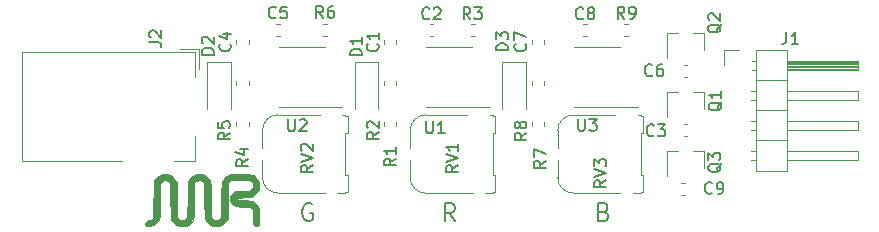
<source format=gbr>
%TF.GenerationSoftware,KiCad,Pcbnew,(5.1.6)-1*%
%TF.CreationDate,2020-12-19T18:50:18-05:00*%
%TF.ProjectId,driver_RGB,64726976-6572-45f5-9247-422e6b696361,rev?*%
%TF.SameCoordinates,Original*%
%TF.FileFunction,Legend,Top*%
%TF.FilePolarity,Positive*%
%FSLAX46Y46*%
G04 Gerber Fmt 4.6, Leading zero omitted, Abs format (unit mm)*
G04 Created by KiCad (PCBNEW (5.1.6)-1) date 2020-12-19 18:50:18*
%MOMM*%
%LPD*%
G01*
G04 APERTURE LIST*
%ADD10C,0.200000*%
%ADD11C,0.010000*%
%ADD12C,0.120000*%
%ADD13C,0.150000*%
G04 APERTURE END LIST*
D10*
X122892857Y-97250000D02*
X122750000Y-97178571D01*
X122535714Y-97178571D01*
X122321428Y-97250000D01*
X122178571Y-97392857D01*
X122107142Y-97535714D01*
X122035714Y-97821428D01*
X122035714Y-98035714D01*
X122107142Y-98321428D01*
X122178571Y-98464285D01*
X122321428Y-98607142D01*
X122535714Y-98678571D01*
X122678571Y-98678571D01*
X122892857Y-98607142D01*
X122964285Y-98535714D01*
X122964285Y-98035714D01*
X122678571Y-98035714D01*
X134964285Y-98678571D02*
X134464285Y-97964285D01*
X134107142Y-98678571D02*
X134107142Y-97178571D01*
X134678571Y-97178571D01*
X134821428Y-97250000D01*
X134892857Y-97321428D01*
X134964285Y-97464285D01*
X134964285Y-97678571D01*
X134892857Y-97821428D01*
X134821428Y-97892857D01*
X134678571Y-97964285D01*
X134107142Y-97964285D01*
X147607142Y-97892857D02*
X147821428Y-97964285D01*
X147892857Y-98035714D01*
X147964285Y-98178571D01*
X147964285Y-98392857D01*
X147892857Y-98535714D01*
X147821428Y-98607142D01*
X147678571Y-98678571D01*
X147107142Y-98678571D01*
X147107142Y-97178571D01*
X147607142Y-97178571D01*
X147750000Y-97250000D01*
X147821428Y-97321428D01*
X147892857Y-97464285D01*
X147892857Y-97607142D01*
X147821428Y-97750000D01*
X147750000Y-97821428D01*
X147607142Y-97892857D01*
X147107142Y-97892857D01*
D11*
%TO.C,G\u002A\u002A\u002A*%
G36*
X117097507Y-94688455D02*
G01*
X117322392Y-94692416D01*
X117501397Y-94701026D01*
X117643325Y-94715927D01*
X117756979Y-94738763D01*
X117851160Y-94771176D01*
X117934673Y-94814809D01*
X118016320Y-94871305D01*
X118081989Y-94923405D01*
X118239969Y-95090554D01*
X118347168Y-95284409D01*
X118405004Y-95495516D01*
X118414897Y-95714425D01*
X118378266Y-95931684D01*
X118296530Y-96137841D01*
X118171110Y-96323445D01*
X118003423Y-96479043D01*
X117833448Y-96578500D01*
X117765625Y-96606982D01*
X117696649Y-96628323D01*
X117614778Y-96644102D01*
X117508271Y-96655896D01*
X117365384Y-96665284D01*
X117174376Y-96673844D01*
X117103876Y-96676565D01*
X116881819Y-96686169D01*
X116716537Y-96697157D01*
X116601307Y-96711389D01*
X116529406Y-96730725D01*
X116494112Y-96757025D01*
X116488701Y-96792150D01*
X116506450Y-96837960D01*
X116508258Y-96841376D01*
X116524539Y-96863904D01*
X116551877Y-96880635D01*
X116599456Y-96892714D01*
X116676456Y-96901289D01*
X116792058Y-96907504D01*
X116955445Y-96912505D01*
X117105773Y-96915954D01*
X117356713Y-96923990D01*
X117555058Y-96938276D01*
X117711650Y-96962220D01*
X117837332Y-96999228D01*
X117942944Y-97052708D01*
X118039329Y-97126065D01*
X118137329Y-97222706D01*
X118159965Y-97247193D01*
X118239019Y-97339035D01*
X118299903Y-97426692D01*
X118345062Y-97520350D01*
X118376942Y-97630196D01*
X118397988Y-97766416D01*
X118410646Y-97939195D01*
X118417360Y-98158721D01*
X118419673Y-98328984D01*
X118421124Y-98546455D01*
X118420157Y-98709779D01*
X118416139Y-98828287D01*
X118408436Y-98911308D01*
X118396414Y-98968170D01*
X118379442Y-99008203D01*
X118372822Y-99019042D01*
X118287793Y-99097889D01*
X118180157Y-99129160D01*
X118069314Y-99112897D01*
X117974665Y-99049144D01*
X117950566Y-99018110D01*
X117929933Y-98977739D01*
X117915700Y-98923155D01*
X117907033Y-98843760D01*
X117903100Y-98728956D01*
X117903069Y-98568145D01*
X117904732Y-98434837D01*
X117905444Y-98186886D01*
X117898296Y-97993672D01*
X117882093Y-97846783D01*
X117855638Y-97737808D01*
X117817735Y-97658335D01*
X117789059Y-97621376D01*
X117739288Y-97569082D01*
X117692747Y-97529865D01*
X117639479Y-97501555D01*
X117569531Y-97481985D01*
X117472945Y-97468987D01*
X117339767Y-97460394D01*
X117160041Y-97454037D01*
X117000920Y-97449750D01*
X116389248Y-97433875D01*
X116251686Y-97337215D01*
X116103913Y-97199535D01*
X116007569Y-97037899D01*
X115961244Y-96862707D01*
X115963522Y-96684359D01*
X116012993Y-96513254D01*
X116108242Y-96359791D01*
X116247856Y-96234370D01*
X116412550Y-96153277D01*
X116489196Y-96138656D01*
X116618946Y-96127210D01*
X116791459Y-96119558D01*
X116996390Y-96116317D01*
X117032170Y-96116250D01*
X117231210Y-96115302D01*
X117377995Y-96111747D01*
X117483754Y-96104518D01*
X117559714Y-96092548D01*
X117617103Y-96074769D01*
X117654495Y-96057096D01*
X117779897Y-95956053D01*
X117858429Y-95817039D01*
X117884075Y-95651137D01*
X117856683Y-95492918D01*
X117776863Y-95368100D01*
X117676087Y-95289352D01*
X117639568Y-95269776D01*
X117596754Y-95254800D01*
X117539129Y-95243814D01*
X117458172Y-95236208D01*
X117345367Y-95231371D01*
X117192194Y-95228693D01*
X116990135Y-95227564D01*
X116810855Y-95227368D01*
X116047086Y-95227250D01*
X115938636Y-95307262D01*
X115861968Y-95370947D01*
X115805979Y-95429955D01*
X115797530Y-95442199D01*
X115789030Y-95487991D01*
X115780905Y-95594194D01*
X115773255Y-95757716D01*
X115766179Y-95975471D01*
X115759774Y-96244367D01*
X115754142Y-96561316D01*
X115749379Y-96923228D01*
X115749000Y-96957625D01*
X115733125Y-98418125D01*
X115648975Y-98576875D01*
X115501582Y-98791372D01*
X115312457Y-98962636D01*
X115186109Y-99039224D01*
X115025768Y-99094306D01*
X114833488Y-99120115D01*
X114633423Y-99116451D01*
X114449726Y-99083111D01*
X114352000Y-99046154D01*
X114158256Y-98918493D01*
X113989378Y-98744471D01*
X113881127Y-98578704D01*
X113796375Y-98418125D01*
X113780500Y-96957625D01*
X113776724Y-96606722D01*
X113773216Y-96313620D01*
X113769258Y-96072624D01*
X113764130Y-95878042D01*
X113757114Y-95724182D01*
X113747492Y-95605350D01*
X113734544Y-95515853D01*
X113717552Y-95449999D01*
X113695798Y-95402096D01*
X113668563Y-95366449D01*
X113635128Y-95337367D01*
X113594774Y-95309157D01*
X113570319Y-95292601D01*
X113492888Y-95248719D01*
X113413266Y-95230691D01*
X113303244Y-95232699D01*
X113286402Y-95234031D01*
X113169137Y-95250593D01*
X113086911Y-95284193D01*
X113011481Y-95346577D01*
X113008379Y-95349664D01*
X112907375Y-95450617D01*
X112890208Y-96902621D01*
X112886005Y-97246177D01*
X112882045Y-97532239D01*
X112878027Y-97766813D01*
X112873650Y-97955901D01*
X112868614Y-98105510D01*
X112862616Y-98221642D01*
X112855356Y-98310302D01*
X112846533Y-98377494D01*
X112835846Y-98429224D01*
X112822993Y-98471494D01*
X112809854Y-98505156D01*
X112688172Y-98718443D01*
X112520091Y-98900992D01*
X112348651Y-99021632D01*
X112258093Y-99068259D01*
X112178910Y-99096597D01*
X112089682Y-99111095D01*
X111968991Y-99116202D01*
X111891375Y-99116625D01*
X111747155Y-99114492D01*
X111645009Y-99105150D01*
X111563569Y-99084184D01*
X111481470Y-99047180D01*
X111435590Y-99022445D01*
X111251518Y-98892625D01*
X111096306Y-98728743D01*
X110985354Y-98547846D01*
X110966979Y-98503676D01*
X110953510Y-98462210D01*
X110942140Y-98411575D01*
X110932596Y-98345840D01*
X110924604Y-98259073D01*
X110917889Y-98145341D01*
X110912178Y-97998713D01*
X110907196Y-97813257D01*
X110902670Y-97583041D01*
X110898325Y-97302132D01*
X110893889Y-96964600D01*
X110893157Y-96905339D01*
X110888868Y-96563884D01*
X110884934Y-96280235D01*
X110881050Y-96048702D01*
X110876913Y-95863595D01*
X110872217Y-95719224D01*
X110866660Y-95609898D01*
X110859937Y-95529927D01*
X110851743Y-95473622D01*
X110841775Y-95435291D01*
X110829729Y-95409245D01*
X110815300Y-95389793D01*
X110811949Y-95386026D01*
X110682388Y-95285161D01*
X110532327Y-95234844D01*
X110376172Y-95234203D01*
X110228331Y-95282363D01*
X110103207Y-95378452D01*
X110061827Y-95431487D01*
X110051020Y-95459177D01*
X110041713Y-95510645D01*
X110033713Y-95590849D01*
X110026825Y-95704747D01*
X110020855Y-95857297D01*
X110015612Y-96053458D01*
X110010900Y-96298188D01*
X110006526Y-96596445D01*
X110002298Y-96953187D01*
X110002250Y-96957625D01*
X109998454Y-97300243D01*
X109994968Y-97585312D01*
X109991469Y-97818779D01*
X109987633Y-98006593D01*
X109983138Y-98154702D01*
X109977659Y-98269051D01*
X109970874Y-98355591D01*
X109962459Y-98420268D01*
X109952091Y-98469030D01*
X109939447Y-98507824D01*
X109924203Y-98542599D01*
X109915094Y-98561164D01*
X109781614Y-98765201D01*
X109608257Y-98930964D01*
X109405752Y-99050933D01*
X109184831Y-99117590D01*
X109107984Y-99126733D01*
X108999562Y-99130992D01*
X108930431Y-99120008D01*
X108877033Y-99087629D01*
X108845587Y-99058224D01*
X108776454Y-98953014D01*
X108763549Y-98843297D01*
X108801800Y-98741129D01*
X108886131Y-98658561D01*
X109011469Y-98607648D01*
X109037259Y-98602888D01*
X109218092Y-98552121D01*
X109348369Y-98463665D01*
X109390763Y-98411000D01*
X109404076Y-98386185D01*
X109415268Y-98352047D01*
X109424606Y-98302883D01*
X109432357Y-98232990D01*
X109438788Y-98136664D01*
X109444165Y-98008203D01*
X109448758Y-97841904D01*
X109452832Y-97632064D01*
X109456654Y-97372981D01*
X109460493Y-97058950D01*
X109462500Y-96879723D01*
X109466341Y-96538430D01*
X109469911Y-96254623D01*
X109473527Y-96022291D01*
X109477508Y-95835421D01*
X109482171Y-95688002D01*
X109487837Y-95574023D01*
X109494823Y-95487471D01*
X109503448Y-95422337D01*
X109514030Y-95372607D01*
X109526888Y-95332271D01*
X109542340Y-95295317D01*
X109546983Y-95285172D01*
X109679693Y-95067785D01*
X109853070Y-94895523D01*
X110060519Y-94773039D01*
X110295441Y-94704988D01*
X110383704Y-94694837D01*
X110631674Y-94707316D01*
X110862359Y-94778022D01*
X111067242Y-94902384D01*
X111237804Y-95075830D01*
X111316738Y-95195500D01*
X111415125Y-95370125D01*
X111431000Y-96830625D01*
X111435577Y-97205385D01*
X111440574Y-97520335D01*
X111446124Y-97779165D01*
X111452357Y-97985564D01*
X111459408Y-98143222D01*
X111467407Y-98255827D01*
X111476489Y-98327069D01*
X111485846Y-98359137D01*
X111535481Y-98423675D01*
X111609175Y-98497616D01*
X111627203Y-98513302D01*
X111694162Y-98562808D01*
X111758287Y-98586226D01*
X111845237Y-98590092D01*
X111913234Y-98586169D01*
X112078181Y-98553538D01*
X112203125Y-98477911D01*
X112299102Y-98354625D01*
X112309124Y-98312811D01*
X112318108Y-98222299D01*
X112326137Y-98080742D01*
X112333291Y-97885796D01*
X112339651Y-97635114D01*
X112345299Y-97326350D01*
X112350316Y-96957159D01*
X112351750Y-96830625D01*
X112355552Y-96487926D01*
X112359052Y-96202824D01*
X112362567Y-95969418D01*
X112366414Y-95781806D01*
X112370910Y-95634088D01*
X112376373Y-95520363D01*
X112383121Y-95434731D01*
X112391469Y-95371291D01*
X112401737Y-95324141D01*
X112414241Y-95287382D01*
X112429298Y-95255113D01*
X112437291Y-95239923D01*
X112579572Y-95033210D01*
X112753357Y-94875304D01*
X112950171Y-94765983D01*
X113161535Y-94705026D01*
X113378972Y-94692212D01*
X113594005Y-94727320D01*
X113798156Y-94810128D01*
X113982948Y-94940416D01*
X114139903Y-95117962D01*
X114236514Y-95286863D01*
X114252557Y-95323695D01*
X114265949Y-95362618D01*
X114277006Y-95409642D01*
X114286045Y-95470777D01*
X114293382Y-95552031D01*
X114299334Y-95659415D01*
X114304216Y-95798938D01*
X114308344Y-95976609D01*
X114312035Y-96198438D01*
X114315606Y-96470434D01*
X114319371Y-96798608D01*
X114320250Y-96878250D01*
X114324644Y-97240438D01*
X114329304Y-97543720D01*
X114334404Y-97792689D01*
X114340116Y-97991939D01*
X114346617Y-98146062D01*
X114354080Y-98259653D01*
X114362679Y-98337305D01*
X114372589Y-98383611D01*
X114377838Y-98396011D01*
X114470908Y-98499799D01*
X114599831Y-98566101D01*
X114747014Y-98591716D01*
X114894861Y-98573444D01*
X115019613Y-98512737D01*
X115096281Y-98449052D01*
X115152270Y-98390044D01*
X115160719Y-98377800D01*
X115169252Y-98331966D01*
X115177410Y-98225782D01*
X115185091Y-98062400D01*
X115192193Y-97844970D01*
X115198615Y-97576643D01*
X115204255Y-97260567D01*
X115209009Y-96899895D01*
X115209250Y-96878250D01*
X115213044Y-96537940D01*
X115216501Y-96255057D01*
X115219965Y-96023532D01*
X115223781Y-95837296D01*
X115228294Y-95690280D01*
X115233848Y-95576415D01*
X115240787Y-95489631D01*
X115249456Y-95423860D01*
X115260199Y-95373032D01*
X115273361Y-95331078D01*
X115289287Y-95291929D01*
X115300747Y-95266298D01*
X115393642Y-95113670D01*
X115525290Y-94965464D01*
X115677282Y-94838912D01*
X115831208Y-94751244D01*
X115864653Y-94738493D01*
X115924109Y-94722007D01*
X115999210Y-94709335D01*
X116098320Y-94700032D01*
X116229801Y-94693649D01*
X116402017Y-94689738D01*
X116623331Y-94687853D01*
X116817940Y-94687499D01*
X117097507Y-94688455D01*
G37*
X117097507Y-94688455D02*
X117322392Y-94692416D01*
X117501397Y-94701026D01*
X117643325Y-94715927D01*
X117756979Y-94738763D01*
X117851160Y-94771176D01*
X117934673Y-94814809D01*
X118016320Y-94871305D01*
X118081989Y-94923405D01*
X118239969Y-95090554D01*
X118347168Y-95284409D01*
X118405004Y-95495516D01*
X118414897Y-95714425D01*
X118378266Y-95931684D01*
X118296530Y-96137841D01*
X118171110Y-96323445D01*
X118003423Y-96479043D01*
X117833448Y-96578500D01*
X117765625Y-96606982D01*
X117696649Y-96628323D01*
X117614778Y-96644102D01*
X117508271Y-96655896D01*
X117365384Y-96665284D01*
X117174376Y-96673844D01*
X117103876Y-96676565D01*
X116881819Y-96686169D01*
X116716537Y-96697157D01*
X116601307Y-96711389D01*
X116529406Y-96730725D01*
X116494112Y-96757025D01*
X116488701Y-96792150D01*
X116506450Y-96837960D01*
X116508258Y-96841376D01*
X116524539Y-96863904D01*
X116551877Y-96880635D01*
X116599456Y-96892714D01*
X116676456Y-96901289D01*
X116792058Y-96907504D01*
X116955445Y-96912505D01*
X117105773Y-96915954D01*
X117356713Y-96923990D01*
X117555058Y-96938276D01*
X117711650Y-96962220D01*
X117837332Y-96999228D01*
X117942944Y-97052708D01*
X118039329Y-97126065D01*
X118137329Y-97222706D01*
X118159965Y-97247193D01*
X118239019Y-97339035D01*
X118299903Y-97426692D01*
X118345062Y-97520350D01*
X118376942Y-97630196D01*
X118397988Y-97766416D01*
X118410646Y-97939195D01*
X118417360Y-98158721D01*
X118419673Y-98328984D01*
X118421124Y-98546455D01*
X118420157Y-98709779D01*
X118416139Y-98828287D01*
X118408436Y-98911308D01*
X118396414Y-98968170D01*
X118379442Y-99008203D01*
X118372822Y-99019042D01*
X118287793Y-99097889D01*
X118180157Y-99129160D01*
X118069314Y-99112897D01*
X117974665Y-99049144D01*
X117950566Y-99018110D01*
X117929933Y-98977739D01*
X117915700Y-98923155D01*
X117907033Y-98843760D01*
X117903100Y-98728956D01*
X117903069Y-98568145D01*
X117904732Y-98434837D01*
X117905444Y-98186886D01*
X117898296Y-97993672D01*
X117882093Y-97846783D01*
X117855638Y-97737808D01*
X117817735Y-97658335D01*
X117789059Y-97621376D01*
X117739288Y-97569082D01*
X117692747Y-97529865D01*
X117639479Y-97501555D01*
X117569531Y-97481985D01*
X117472945Y-97468987D01*
X117339767Y-97460394D01*
X117160041Y-97454037D01*
X117000920Y-97449750D01*
X116389248Y-97433875D01*
X116251686Y-97337215D01*
X116103913Y-97199535D01*
X116007569Y-97037899D01*
X115961244Y-96862707D01*
X115963522Y-96684359D01*
X116012993Y-96513254D01*
X116108242Y-96359791D01*
X116247856Y-96234370D01*
X116412550Y-96153277D01*
X116489196Y-96138656D01*
X116618946Y-96127210D01*
X116791459Y-96119558D01*
X116996390Y-96116317D01*
X117032170Y-96116250D01*
X117231210Y-96115302D01*
X117377995Y-96111747D01*
X117483754Y-96104518D01*
X117559714Y-96092548D01*
X117617103Y-96074769D01*
X117654495Y-96057096D01*
X117779897Y-95956053D01*
X117858429Y-95817039D01*
X117884075Y-95651137D01*
X117856683Y-95492918D01*
X117776863Y-95368100D01*
X117676087Y-95289352D01*
X117639568Y-95269776D01*
X117596754Y-95254800D01*
X117539129Y-95243814D01*
X117458172Y-95236208D01*
X117345367Y-95231371D01*
X117192194Y-95228693D01*
X116990135Y-95227564D01*
X116810855Y-95227368D01*
X116047086Y-95227250D01*
X115938636Y-95307262D01*
X115861968Y-95370947D01*
X115805979Y-95429955D01*
X115797530Y-95442199D01*
X115789030Y-95487991D01*
X115780905Y-95594194D01*
X115773255Y-95757716D01*
X115766179Y-95975471D01*
X115759774Y-96244367D01*
X115754142Y-96561316D01*
X115749379Y-96923228D01*
X115749000Y-96957625D01*
X115733125Y-98418125D01*
X115648975Y-98576875D01*
X115501582Y-98791372D01*
X115312457Y-98962636D01*
X115186109Y-99039224D01*
X115025768Y-99094306D01*
X114833488Y-99120115D01*
X114633423Y-99116451D01*
X114449726Y-99083111D01*
X114352000Y-99046154D01*
X114158256Y-98918493D01*
X113989378Y-98744471D01*
X113881127Y-98578704D01*
X113796375Y-98418125D01*
X113780500Y-96957625D01*
X113776724Y-96606722D01*
X113773216Y-96313620D01*
X113769258Y-96072624D01*
X113764130Y-95878042D01*
X113757114Y-95724182D01*
X113747492Y-95605350D01*
X113734544Y-95515853D01*
X113717552Y-95449999D01*
X113695798Y-95402096D01*
X113668563Y-95366449D01*
X113635128Y-95337367D01*
X113594774Y-95309157D01*
X113570319Y-95292601D01*
X113492888Y-95248719D01*
X113413266Y-95230691D01*
X113303244Y-95232699D01*
X113286402Y-95234031D01*
X113169137Y-95250593D01*
X113086911Y-95284193D01*
X113011481Y-95346577D01*
X113008379Y-95349664D01*
X112907375Y-95450617D01*
X112890208Y-96902621D01*
X112886005Y-97246177D01*
X112882045Y-97532239D01*
X112878027Y-97766813D01*
X112873650Y-97955901D01*
X112868614Y-98105510D01*
X112862616Y-98221642D01*
X112855356Y-98310302D01*
X112846533Y-98377494D01*
X112835846Y-98429224D01*
X112822993Y-98471494D01*
X112809854Y-98505156D01*
X112688172Y-98718443D01*
X112520091Y-98900992D01*
X112348651Y-99021632D01*
X112258093Y-99068259D01*
X112178910Y-99096597D01*
X112089682Y-99111095D01*
X111968991Y-99116202D01*
X111891375Y-99116625D01*
X111747155Y-99114492D01*
X111645009Y-99105150D01*
X111563569Y-99084184D01*
X111481470Y-99047180D01*
X111435590Y-99022445D01*
X111251518Y-98892625D01*
X111096306Y-98728743D01*
X110985354Y-98547846D01*
X110966979Y-98503676D01*
X110953510Y-98462210D01*
X110942140Y-98411575D01*
X110932596Y-98345840D01*
X110924604Y-98259073D01*
X110917889Y-98145341D01*
X110912178Y-97998713D01*
X110907196Y-97813257D01*
X110902670Y-97583041D01*
X110898325Y-97302132D01*
X110893889Y-96964600D01*
X110893157Y-96905339D01*
X110888868Y-96563884D01*
X110884934Y-96280235D01*
X110881050Y-96048702D01*
X110876913Y-95863595D01*
X110872217Y-95719224D01*
X110866660Y-95609898D01*
X110859937Y-95529927D01*
X110851743Y-95473622D01*
X110841775Y-95435291D01*
X110829729Y-95409245D01*
X110815300Y-95389793D01*
X110811949Y-95386026D01*
X110682388Y-95285161D01*
X110532327Y-95234844D01*
X110376172Y-95234203D01*
X110228331Y-95282363D01*
X110103207Y-95378452D01*
X110061827Y-95431487D01*
X110051020Y-95459177D01*
X110041713Y-95510645D01*
X110033713Y-95590849D01*
X110026825Y-95704747D01*
X110020855Y-95857297D01*
X110015612Y-96053458D01*
X110010900Y-96298188D01*
X110006526Y-96596445D01*
X110002298Y-96953187D01*
X110002250Y-96957625D01*
X109998454Y-97300243D01*
X109994968Y-97585312D01*
X109991469Y-97818779D01*
X109987633Y-98006593D01*
X109983138Y-98154702D01*
X109977659Y-98269051D01*
X109970874Y-98355591D01*
X109962459Y-98420268D01*
X109952091Y-98469030D01*
X109939447Y-98507824D01*
X109924203Y-98542599D01*
X109915094Y-98561164D01*
X109781614Y-98765201D01*
X109608257Y-98930964D01*
X109405752Y-99050933D01*
X109184831Y-99117590D01*
X109107984Y-99126733D01*
X108999562Y-99130992D01*
X108930431Y-99120008D01*
X108877033Y-99087629D01*
X108845587Y-99058224D01*
X108776454Y-98953014D01*
X108763549Y-98843297D01*
X108801800Y-98741129D01*
X108886131Y-98658561D01*
X109011469Y-98607648D01*
X109037259Y-98602888D01*
X109218092Y-98552121D01*
X109348369Y-98463665D01*
X109390763Y-98411000D01*
X109404076Y-98386185D01*
X109415268Y-98352047D01*
X109424606Y-98302883D01*
X109432357Y-98232990D01*
X109438788Y-98136664D01*
X109444165Y-98008203D01*
X109448758Y-97841904D01*
X109452832Y-97632064D01*
X109456654Y-97372981D01*
X109460493Y-97058950D01*
X109462500Y-96879723D01*
X109466341Y-96538430D01*
X109469911Y-96254623D01*
X109473527Y-96022291D01*
X109477508Y-95835421D01*
X109482171Y-95688002D01*
X109487837Y-95574023D01*
X109494823Y-95487471D01*
X109503448Y-95422337D01*
X109514030Y-95372607D01*
X109526888Y-95332271D01*
X109542340Y-95295317D01*
X109546983Y-95285172D01*
X109679693Y-95067785D01*
X109853070Y-94895523D01*
X110060519Y-94773039D01*
X110295441Y-94704988D01*
X110383704Y-94694837D01*
X110631674Y-94707316D01*
X110862359Y-94778022D01*
X111067242Y-94902384D01*
X111237804Y-95075830D01*
X111316738Y-95195500D01*
X111415125Y-95370125D01*
X111431000Y-96830625D01*
X111435577Y-97205385D01*
X111440574Y-97520335D01*
X111446124Y-97779165D01*
X111452357Y-97985564D01*
X111459408Y-98143222D01*
X111467407Y-98255827D01*
X111476489Y-98327069D01*
X111485846Y-98359137D01*
X111535481Y-98423675D01*
X111609175Y-98497616D01*
X111627203Y-98513302D01*
X111694162Y-98562808D01*
X111758287Y-98586226D01*
X111845237Y-98590092D01*
X111913234Y-98586169D01*
X112078181Y-98553538D01*
X112203125Y-98477911D01*
X112299102Y-98354625D01*
X112309124Y-98312811D01*
X112318108Y-98222299D01*
X112326137Y-98080742D01*
X112333291Y-97885796D01*
X112339651Y-97635114D01*
X112345299Y-97326350D01*
X112350316Y-96957159D01*
X112351750Y-96830625D01*
X112355552Y-96487926D01*
X112359052Y-96202824D01*
X112362567Y-95969418D01*
X112366414Y-95781806D01*
X112370910Y-95634088D01*
X112376373Y-95520363D01*
X112383121Y-95434731D01*
X112391469Y-95371291D01*
X112401737Y-95324141D01*
X112414241Y-95287382D01*
X112429298Y-95255113D01*
X112437291Y-95239923D01*
X112579572Y-95033210D01*
X112753357Y-94875304D01*
X112950171Y-94765983D01*
X113161535Y-94705026D01*
X113378972Y-94692212D01*
X113594005Y-94727320D01*
X113798156Y-94810128D01*
X113982948Y-94940416D01*
X114139903Y-95117962D01*
X114236514Y-95286863D01*
X114252557Y-95323695D01*
X114265949Y-95362618D01*
X114277006Y-95409642D01*
X114286045Y-95470777D01*
X114293382Y-95552031D01*
X114299334Y-95659415D01*
X114304216Y-95798938D01*
X114308344Y-95976609D01*
X114312035Y-96198438D01*
X114315606Y-96470434D01*
X114319371Y-96798608D01*
X114320250Y-96878250D01*
X114324644Y-97240438D01*
X114329304Y-97543720D01*
X114334404Y-97792689D01*
X114340116Y-97991939D01*
X114346617Y-98146062D01*
X114354080Y-98259653D01*
X114362679Y-98337305D01*
X114372589Y-98383611D01*
X114377838Y-98396011D01*
X114470908Y-98499799D01*
X114599831Y-98566101D01*
X114747014Y-98591716D01*
X114894861Y-98573444D01*
X115019613Y-98512737D01*
X115096281Y-98449052D01*
X115152270Y-98390044D01*
X115160719Y-98377800D01*
X115169252Y-98331966D01*
X115177410Y-98225782D01*
X115185091Y-98062400D01*
X115192193Y-97844970D01*
X115198615Y-97576643D01*
X115204255Y-97260567D01*
X115209009Y-96899895D01*
X115209250Y-96878250D01*
X115213044Y-96537940D01*
X115216501Y-96255057D01*
X115219965Y-96023532D01*
X115223781Y-95837296D01*
X115228294Y-95690280D01*
X115233848Y-95576415D01*
X115240787Y-95489631D01*
X115249456Y-95423860D01*
X115260199Y-95373032D01*
X115273361Y-95331078D01*
X115289287Y-95291929D01*
X115300747Y-95266298D01*
X115393642Y-95113670D01*
X115525290Y-94965464D01*
X115677282Y-94838912D01*
X115831208Y-94751244D01*
X115864653Y-94738493D01*
X115924109Y-94722007D01*
X115999210Y-94709335D01*
X116098320Y-94700032D01*
X116229801Y-94693649D01*
X116402017Y-94689738D01*
X116623331Y-94687853D01*
X116817940Y-94687499D01*
X117097507Y-94688455D01*
D12*
%TO.C,Q3*%
X156080000Y-92740000D02*
X156080000Y-94200000D01*
X152920000Y-92740000D02*
X152920000Y-94900000D01*
X152920000Y-92740000D02*
X153850000Y-92740000D01*
X156080000Y-92740000D02*
X155150000Y-92740000D01*
%TO.C,Q2*%
X156080000Y-82740000D02*
X156080000Y-84200000D01*
X152920000Y-82740000D02*
X152920000Y-84900000D01*
X152920000Y-82740000D02*
X153850000Y-82740000D01*
X156080000Y-82740000D02*
X155150000Y-82740000D01*
%TO.C,D3*%
X141000000Y-85250000D02*
X141000000Y-89150000D01*
X139000000Y-85250000D02*
X139000000Y-89150000D01*
X141000000Y-85250000D02*
X139000000Y-85250000D01*
%TO.C,D2*%
X116000000Y-85250000D02*
X116000000Y-89150000D01*
X114000000Y-85250000D02*
X114000000Y-89150000D01*
X116000000Y-85250000D02*
X114000000Y-85250000D01*
%TO.C,D1*%
X128500000Y-85250000D02*
X128500000Y-89150000D01*
X126500000Y-85250000D02*
X126500000Y-89150000D01*
X128500000Y-85250000D02*
X126500000Y-85250000D01*
%TO.C,U3*%
X147000000Y-89060000D02*
X150450000Y-89060000D01*
X147000000Y-89060000D02*
X145050000Y-89060000D01*
X147000000Y-83940000D02*
X148950000Y-83940000D01*
X147000000Y-83940000D02*
X145050000Y-83940000D01*
%TO.C,U1*%
X134500000Y-89060000D02*
X137950000Y-89060000D01*
X134500000Y-89060000D02*
X132550000Y-89060000D01*
X134500000Y-83940000D02*
X136450000Y-83940000D01*
X134500000Y-83940000D02*
X132550000Y-83940000D01*
%TO.C,U2*%
X122000000Y-89060000D02*
X125450000Y-89060000D01*
X122000000Y-89060000D02*
X120050000Y-89060000D01*
X122000000Y-83940000D02*
X123950000Y-83940000D01*
X122000000Y-83940000D02*
X120050000Y-83940000D01*
%TO.C,RV3*%
X150910000Y-89790000D02*
X150910000Y-91210000D01*
X150710000Y-91210000D02*
X150710000Y-94790000D01*
X150710000Y-94790000D02*
X150910000Y-94790000D01*
X150910000Y-94790000D02*
X150910000Y-96210000D01*
X150910000Y-96210000D02*
X150710000Y-96210000D01*
X143690000Y-92490000D02*
X143690000Y-91000000D01*
X145000000Y-89690000D02*
X148540000Y-89690000D01*
X148980000Y-96310000D02*
X145000000Y-96310000D01*
X143690000Y-95000000D02*
X143690000Y-93510000D01*
X150710000Y-91210000D02*
X150910000Y-91210000D01*
X150910000Y-89790000D02*
X150710000Y-89790000D01*
X150710000Y-89790000D02*
X150710000Y-89690000D01*
X150710000Y-89690000D02*
X150460000Y-89690000D01*
X150710000Y-96210000D02*
X150710000Y-96310000D01*
X150710000Y-96310000D02*
X150020000Y-96310000D01*
X143690000Y-91000000D02*
G75*
G02*
X145000000Y-89690000I1310000J0D01*
G01*
X145000000Y-96310000D02*
G75*
G02*
X143690000Y-95000000I0J1310000D01*
G01*
%TO.C,RV2*%
X125910000Y-89790000D02*
X125910000Y-91210000D01*
X125710000Y-91210000D02*
X125710000Y-94790000D01*
X125710000Y-94790000D02*
X125910000Y-94790000D01*
X125910000Y-94790000D02*
X125910000Y-96210000D01*
X125910000Y-96210000D02*
X125710000Y-96210000D01*
X118690000Y-92490000D02*
X118690000Y-91000000D01*
X120000000Y-89690000D02*
X123540000Y-89690000D01*
X123980000Y-96310000D02*
X120000000Y-96310000D01*
X118690000Y-95000000D02*
X118690000Y-93510000D01*
X125710000Y-91210000D02*
X125910000Y-91210000D01*
X125910000Y-89790000D02*
X125710000Y-89790000D01*
X125710000Y-89790000D02*
X125710000Y-89690000D01*
X125710000Y-89690000D02*
X125460000Y-89690000D01*
X125710000Y-96210000D02*
X125710000Y-96310000D01*
X125710000Y-96310000D02*
X125020000Y-96310000D01*
X118690000Y-91000000D02*
G75*
G02*
X120000000Y-89690000I1310000J0D01*
G01*
X120000000Y-96310000D02*
G75*
G02*
X118690000Y-95000000I0J1310000D01*
G01*
%TO.C,RV1*%
X138410000Y-89790000D02*
X138410000Y-91210000D01*
X138210000Y-91210000D02*
X138210000Y-94790000D01*
X138210000Y-94790000D02*
X138410000Y-94790000D01*
X138410000Y-94790000D02*
X138410000Y-96210000D01*
X138410000Y-96210000D02*
X138210000Y-96210000D01*
X131190000Y-92490000D02*
X131190000Y-91000000D01*
X132500000Y-89690000D02*
X136040000Y-89690000D01*
X136480000Y-96310000D02*
X132500000Y-96310000D01*
X131190000Y-95000000D02*
X131190000Y-93510000D01*
X138210000Y-91210000D02*
X138410000Y-91210000D01*
X138410000Y-89790000D02*
X138210000Y-89790000D01*
X138210000Y-89790000D02*
X138210000Y-89690000D01*
X138210000Y-89690000D02*
X137960000Y-89690000D01*
X138210000Y-96210000D02*
X138210000Y-96310000D01*
X138210000Y-96310000D02*
X137520000Y-96310000D01*
X131190000Y-91000000D02*
G75*
G02*
X132500000Y-89690000I1310000J0D01*
G01*
X132500000Y-96310000D02*
G75*
G02*
X131190000Y-95000000I0J1310000D01*
G01*
%TO.C,J2*%
X113000000Y-84400000D02*
X113000000Y-86500000D01*
X113300000Y-84100000D02*
X111700000Y-84100000D01*
X113300000Y-85800000D02*
X113300000Y-84100000D01*
X113000000Y-93600000D02*
X111200000Y-93600000D01*
X113000000Y-91500000D02*
X113000000Y-93600000D01*
X98300000Y-84400000D02*
X113000000Y-84400000D01*
X98300000Y-93600000D02*
X98300000Y-84400000D01*
X106800000Y-93600000D02*
X98300000Y-93600000D01*
%TO.C,R9*%
X149671267Y-81990000D02*
X149328733Y-81990000D01*
X149671267Y-83010000D02*
X149328733Y-83010000D01*
%TO.C,R8*%
X142510000Y-87171267D02*
X142510000Y-86828733D01*
X141490000Y-87171267D02*
X141490000Y-86828733D01*
%TO.C,R7*%
X142510000Y-90671267D02*
X142510000Y-90328733D01*
X141490000Y-90671267D02*
X141490000Y-90328733D01*
%TO.C,R6*%
X124171267Y-81990000D02*
X123828733Y-81990000D01*
X124171267Y-83010000D02*
X123828733Y-83010000D01*
%TO.C,R5*%
X117510000Y-87171267D02*
X117510000Y-86828733D01*
X116490000Y-87171267D02*
X116490000Y-86828733D01*
%TO.C,R4*%
X117510000Y-90671267D02*
X117510000Y-90328733D01*
X116490000Y-90671267D02*
X116490000Y-90328733D01*
%TO.C,R3*%
X136671267Y-81990000D02*
X136328733Y-81990000D01*
X136671267Y-83010000D02*
X136328733Y-83010000D01*
%TO.C,R2*%
X130010000Y-87171267D02*
X130010000Y-86828733D01*
X128990000Y-87171267D02*
X128990000Y-86828733D01*
%TO.C,R1*%
X130010000Y-90671267D02*
X130010000Y-90328733D01*
X128990000Y-90671267D02*
X128990000Y-90328733D01*
%TO.C,Q1*%
X156080000Y-87740000D02*
X156080000Y-89200000D01*
X152920000Y-87740000D02*
X152920000Y-89900000D01*
X152920000Y-87740000D02*
X153850000Y-87740000D01*
X156080000Y-87740000D02*
X155150000Y-87740000D01*
%TO.C,J1*%
X157730000Y-84230000D02*
X159000000Y-84230000D01*
X157730000Y-85500000D02*
X157730000Y-84230000D01*
X160042929Y-93500000D02*
X160440000Y-93500000D01*
X160042929Y-92740000D02*
X160440000Y-92740000D01*
X169100000Y-93500000D02*
X163100000Y-93500000D01*
X169100000Y-92740000D02*
X169100000Y-93500000D01*
X163100000Y-92740000D02*
X169100000Y-92740000D01*
X160440000Y-91850000D02*
X163100000Y-91850000D01*
X160042929Y-90960000D02*
X160440000Y-90960000D01*
X160042929Y-90200000D02*
X160440000Y-90200000D01*
X169100000Y-90960000D02*
X163100000Y-90960000D01*
X169100000Y-90200000D02*
X169100000Y-90960000D01*
X163100000Y-90200000D02*
X169100000Y-90200000D01*
X160440000Y-89310000D02*
X163100000Y-89310000D01*
X160042929Y-88420000D02*
X160440000Y-88420000D01*
X160042929Y-87660000D02*
X160440000Y-87660000D01*
X169100000Y-88420000D02*
X163100000Y-88420000D01*
X169100000Y-87660000D02*
X169100000Y-88420000D01*
X163100000Y-87660000D02*
X169100000Y-87660000D01*
X160440000Y-86770000D02*
X163100000Y-86770000D01*
X160110000Y-85880000D02*
X160440000Y-85880000D01*
X160110000Y-85120000D02*
X160440000Y-85120000D01*
X163100000Y-85780000D02*
X169100000Y-85780000D01*
X163100000Y-85660000D02*
X169100000Y-85660000D01*
X163100000Y-85540000D02*
X169100000Y-85540000D01*
X163100000Y-85420000D02*
X169100000Y-85420000D01*
X163100000Y-85300000D02*
X169100000Y-85300000D01*
X163100000Y-85180000D02*
X169100000Y-85180000D01*
X169100000Y-85880000D02*
X163100000Y-85880000D01*
X169100000Y-85120000D02*
X169100000Y-85880000D01*
X163100000Y-85120000D02*
X169100000Y-85120000D01*
X163100000Y-84170000D02*
X160440000Y-84170000D01*
X163100000Y-94450000D02*
X163100000Y-84170000D01*
X160440000Y-94450000D02*
X163100000Y-94450000D01*
X160440000Y-84170000D02*
X160440000Y-94450000D01*
%TO.C,C9*%
X154124721Y-96510000D02*
X154450279Y-96510000D01*
X154124721Y-95490000D02*
X154450279Y-95490000D01*
%TO.C,C8*%
X146162779Y-81990000D02*
X145837221Y-81990000D01*
X146162779Y-83010000D02*
X145837221Y-83010000D01*
%TO.C,C7*%
X142510000Y-83662779D02*
X142510000Y-83337221D01*
X141490000Y-83662779D02*
X141490000Y-83337221D01*
%TO.C,C6*%
X154337221Y-86510000D02*
X154662779Y-86510000D01*
X154337221Y-85490000D02*
X154662779Y-85490000D01*
%TO.C,C5*%
X119837221Y-83010000D02*
X120162779Y-83010000D01*
X119837221Y-81990000D02*
X120162779Y-81990000D01*
%TO.C,C4*%
X117510000Y-83662779D02*
X117510000Y-83337221D01*
X116490000Y-83662779D02*
X116490000Y-83337221D01*
%TO.C,C3*%
X154337221Y-91510000D02*
X154662779Y-91510000D01*
X154337221Y-90490000D02*
X154662779Y-90490000D01*
%TO.C,C2*%
X133162779Y-81990000D02*
X132837221Y-81990000D01*
X133162779Y-83010000D02*
X132837221Y-83010000D01*
%TO.C,C1*%
X130010000Y-83662779D02*
X130010000Y-83337221D01*
X128990000Y-83662779D02*
X128990000Y-83337221D01*
%TO.C,Q3*%
D13*
X157547619Y-93785238D02*
X157500000Y-93880476D01*
X157404761Y-93975714D01*
X157261904Y-94118571D01*
X157214285Y-94213809D01*
X157214285Y-94309047D01*
X157452380Y-94261428D02*
X157404761Y-94356666D01*
X157309523Y-94451904D01*
X157119047Y-94499523D01*
X156785714Y-94499523D01*
X156595238Y-94451904D01*
X156500000Y-94356666D01*
X156452380Y-94261428D01*
X156452380Y-94070952D01*
X156500000Y-93975714D01*
X156595238Y-93880476D01*
X156785714Y-93832857D01*
X157119047Y-93832857D01*
X157309523Y-93880476D01*
X157404761Y-93975714D01*
X157452380Y-94070952D01*
X157452380Y-94261428D01*
X156452380Y-93499523D02*
X156452380Y-92880476D01*
X156833333Y-93213809D01*
X156833333Y-93070952D01*
X156880952Y-92975714D01*
X156928571Y-92928095D01*
X157023809Y-92880476D01*
X157261904Y-92880476D01*
X157357142Y-92928095D01*
X157404761Y-92975714D01*
X157452380Y-93070952D01*
X157452380Y-93356666D01*
X157404761Y-93451904D01*
X157357142Y-93499523D01*
%TO.C,Q2*%
X157527619Y-81995238D02*
X157480000Y-82090476D01*
X157384761Y-82185714D01*
X157241904Y-82328571D01*
X157194285Y-82423809D01*
X157194285Y-82519047D01*
X157432380Y-82471428D02*
X157384761Y-82566666D01*
X157289523Y-82661904D01*
X157099047Y-82709523D01*
X156765714Y-82709523D01*
X156575238Y-82661904D01*
X156480000Y-82566666D01*
X156432380Y-82471428D01*
X156432380Y-82280952D01*
X156480000Y-82185714D01*
X156575238Y-82090476D01*
X156765714Y-82042857D01*
X157099047Y-82042857D01*
X157289523Y-82090476D01*
X157384761Y-82185714D01*
X157432380Y-82280952D01*
X157432380Y-82471428D01*
X156527619Y-81661904D02*
X156480000Y-81614285D01*
X156432380Y-81519047D01*
X156432380Y-81280952D01*
X156480000Y-81185714D01*
X156527619Y-81138095D01*
X156622857Y-81090476D01*
X156718095Y-81090476D01*
X156860952Y-81138095D01*
X157432380Y-81709523D01*
X157432380Y-81090476D01*
%TO.C,D3*%
X139492380Y-84208095D02*
X138492380Y-84208095D01*
X138492380Y-83970000D01*
X138540000Y-83827142D01*
X138635238Y-83731904D01*
X138730476Y-83684285D01*
X138920952Y-83636666D01*
X139063809Y-83636666D01*
X139254285Y-83684285D01*
X139349523Y-83731904D01*
X139444761Y-83827142D01*
X139492380Y-83970000D01*
X139492380Y-84208095D01*
X138492380Y-83303333D02*
X138492380Y-82684285D01*
X138873333Y-83017619D01*
X138873333Y-82874761D01*
X138920952Y-82779523D01*
X138968571Y-82731904D01*
X139063809Y-82684285D01*
X139301904Y-82684285D01*
X139397142Y-82731904D01*
X139444761Y-82779523D01*
X139492380Y-82874761D01*
X139492380Y-83160476D01*
X139444761Y-83255714D01*
X139397142Y-83303333D01*
%TO.C,D2*%
X114552380Y-84588095D02*
X113552380Y-84588095D01*
X113552380Y-84350000D01*
X113600000Y-84207142D01*
X113695238Y-84111904D01*
X113790476Y-84064285D01*
X113980952Y-84016666D01*
X114123809Y-84016666D01*
X114314285Y-84064285D01*
X114409523Y-84111904D01*
X114504761Y-84207142D01*
X114552380Y-84350000D01*
X114552380Y-84588095D01*
X113647619Y-83635714D02*
X113600000Y-83588095D01*
X113552380Y-83492857D01*
X113552380Y-83254761D01*
X113600000Y-83159523D01*
X113647619Y-83111904D01*
X113742857Y-83064285D01*
X113838095Y-83064285D01*
X113980952Y-83111904D01*
X114552380Y-83683333D01*
X114552380Y-83064285D01*
%TO.C,D1*%
X127102380Y-84658095D02*
X126102380Y-84658095D01*
X126102380Y-84420000D01*
X126150000Y-84277142D01*
X126245238Y-84181904D01*
X126340476Y-84134285D01*
X126530952Y-84086666D01*
X126673809Y-84086666D01*
X126864285Y-84134285D01*
X126959523Y-84181904D01*
X127054761Y-84277142D01*
X127102380Y-84420000D01*
X127102380Y-84658095D01*
X127102380Y-83134285D02*
X127102380Y-83705714D01*
X127102380Y-83420000D02*
X126102380Y-83420000D01*
X126245238Y-83515238D01*
X126340476Y-83610476D01*
X126388095Y-83705714D01*
%TO.C,U3*%
X145418095Y-90032380D02*
X145418095Y-90841904D01*
X145465714Y-90937142D01*
X145513333Y-90984761D01*
X145608571Y-91032380D01*
X145799047Y-91032380D01*
X145894285Y-90984761D01*
X145941904Y-90937142D01*
X145989523Y-90841904D01*
X145989523Y-90032380D01*
X146370476Y-90032380D02*
X146989523Y-90032380D01*
X146656190Y-90413333D01*
X146799047Y-90413333D01*
X146894285Y-90460952D01*
X146941904Y-90508571D01*
X146989523Y-90603809D01*
X146989523Y-90841904D01*
X146941904Y-90937142D01*
X146894285Y-90984761D01*
X146799047Y-91032380D01*
X146513333Y-91032380D01*
X146418095Y-90984761D01*
X146370476Y-90937142D01*
%TO.C,U1*%
X132558095Y-90242380D02*
X132558095Y-91051904D01*
X132605714Y-91147142D01*
X132653333Y-91194761D01*
X132748571Y-91242380D01*
X132939047Y-91242380D01*
X133034285Y-91194761D01*
X133081904Y-91147142D01*
X133129523Y-91051904D01*
X133129523Y-90242380D01*
X134129523Y-91242380D02*
X133558095Y-91242380D01*
X133843809Y-91242380D02*
X133843809Y-90242380D01*
X133748571Y-90385238D01*
X133653333Y-90480476D01*
X133558095Y-90528095D01*
%TO.C,U2*%
X120848095Y-90062380D02*
X120848095Y-90871904D01*
X120895714Y-90967142D01*
X120943333Y-91014761D01*
X121038571Y-91062380D01*
X121229047Y-91062380D01*
X121324285Y-91014761D01*
X121371904Y-90967142D01*
X121419523Y-90871904D01*
X121419523Y-90062380D01*
X121848095Y-90157619D02*
X121895714Y-90110000D01*
X121990952Y-90062380D01*
X122229047Y-90062380D01*
X122324285Y-90110000D01*
X122371904Y-90157619D01*
X122419523Y-90252857D01*
X122419523Y-90348095D01*
X122371904Y-90490952D01*
X121800476Y-91062380D01*
X122419523Y-91062380D01*
%TO.C,RV3*%
X147782380Y-95235238D02*
X147306190Y-95568571D01*
X147782380Y-95806666D02*
X146782380Y-95806666D01*
X146782380Y-95425714D01*
X146830000Y-95330476D01*
X146877619Y-95282857D01*
X146972857Y-95235238D01*
X147115714Y-95235238D01*
X147210952Y-95282857D01*
X147258571Y-95330476D01*
X147306190Y-95425714D01*
X147306190Y-95806666D01*
X146782380Y-94949523D02*
X147782380Y-94616190D01*
X146782380Y-94282857D01*
X146782380Y-94044761D02*
X146782380Y-93425714D01*
X147163333Y-93759047D01*
X147163333Y-93616190D01*
X147210952Y-93520952D01*
X147258571Y-93473333D01*
X147353809Y-93425714D01*
X147591904Y-93425714D01*
X147687142Y-93473333D01*
X147734761Y-93520952D01*
X147782380Y-93616190D01*
X147782380Y-93901904D01*
X147734761Y-93997142D01*
X147687142Y-94044761D01*
%TO.C,RV2*%
X122932380Y-93955238D02*
X122456190Y-94288571D01*
X122932380Y-94526666D02*
X121932380Y-94526666D01*
X121932380Y-94145714D01*
X121980000Y-94050476D01*
X122027619Y-94002857D01*
X122122857Y-93955238D01*
X122265714Y-93955238D01*
X122360952Y-94002857D01*
X122408571Y-94050476D01*
X122456190Y-94145714D01*
X122456190Y-94526666D01*
X121932380Y-93669523D02*
X122932380Y-93336190D01*
X121932380Y-93002857D01*
X122027619Y-92717142D02*
X121980000Y-92669523D01*
X121932380Y-92574285D01*
X121932380Y-92336190D01*
X121980000Y-92240952D01*
X122027619Y-92193333D01*
X122122857Y-92145714D01*
X122218095Y-92145714D01*
X122360952Y-92193333D01*
X122932380Y-92764761D01*
X122932380Y-92145714D01*
%TO.C,RV1*%
X135242380Y-93955238D02*
X134766190Y-94288571D01*
X135242380Y-94526666D02*
X134242380Y-94526666D01*
X134242380Y-94145714D01*
X134290000Y-94050476D01*
X134337619Y-94002857D01*
X134432857Y-93955238D01*
X134575714Y-93955238D01*
X134670952Y-94002857D01*
X134718571Y-94050476D01*
X134766190Y-94145714D01*
X134766190Y-94526666D01*
X134242380Y-93669523D02*
X135242380Y-93336190D01*
X134242380Y-93002857D01*
X135242380Y-92145714D02*
X135242380Y-92717142D01*
X135242380Y-92431428D02*
X134242380Y-92431428D01*
X134385238Y-92526666D01*
X134480476Y-92621904D01*
X134528095Y-92717142D01*
%TO.C,J2*%
X109122380Y-83543333D02*
X109836666Y-83543333D01*
X109979523Y-83590952D01*
X110074761Y-83686190D01*
X110122380Y-83829047D01*
X110122380Y-83924285D01*
X109217619Y-83114761D02*
X109170000Y-83067142D01*
X109122380Y-82971904D01*
X109122380Y-82733809D01*
X109170000Y-82638571D01*
X109217619Y-82590952D01*
X109312857Y-82543333D01*
X109408095Y-82543333D01*
X109550952Y-82590952D01*
X110122380Y-83162380D01*
X110122380Y-82543333D01*
%TO.C,R9*%
X149323333Y-81532380D02*
X148990000Y-81056190D01*
X148751904Y-81532380D02*
X148751904Y-80532380D01*
X149132857Y-80532380D01*
X149228095Y-80580000D01*
X149275714Y-80627619D01*
X149323333Y-80722857D01*
X149323333Y-80865714D01*
X149275714Y-80960952D01*
X149228095Y-81008571D01*
X149132857Y-81056190D01*
X148751904Y-81056190D01*
X149799523Y-81532380D02*
X149990000Y-81532380D01*
X150085238Y-81484761D01*
X150132857Y-81437142D01*
X150228095Y-81294285D01*
X150275714Y-81103809D01*
X150275714Y-80722857D01*
X150228095Y-80627619D01*
X150180476Y-80580000D01*
X150085238Y-80532380D01*
X149894761Y-80532380D01*
X149799523Y-80580000D01*
X149751904Y-80627619D01*
X149704285Y-80722857D01*
X149704285Y-80960952D01*
X149751904Y-81056190D01*
X149799523Y-81103809D01*
X149894761Y-81151428D01*
X150085238Y-81151428D01*
X150180476Y-81103809D01*
X150228095Y-81056190D01*
X150275714Y-80960952D01*
%TO.C,R8*%
X141032380Y-91216666D02*
X140556190Y-91550000D01*
X141032380Y-91788095D02*
X140032380Y-91788095D01*
X140032380Y-91407142D01*
X140080000Y-91311904D01*
X140127619Y-91264285D01*
X140222857Y-91216666D01*
X140365714Y-91216666D01*
X140460952Y-91264285D01*
X140508571Y-91311904D01*
X140556190Y-91407142D01*
X140556190Y-91788095D01*
X140460952Y-90645238D02*
X140413333Y-90740476D01*
X140365714Y-90788095D01*
X140270476Y-90835714D01*
X140222857Y-90835714D01*
X140127619Y-90788095D01*
X140080000Y-90740476D01*
X140032380Y-90645238D01*
X140032380Y-90454761D01*
X140080000Y-90359523D01*
X140127619Y-90311904D01*
X140222857Y-90264285D01*
X140270476Y-90264285D01*
X140365714Y-90311904D01*
X140413333Y-90359523D01*
X140460952Y-90454761D01*
X140460952Y-90645238D01*
X140508571Y-90740476D01*
X140556190Y-90788095D01*
X140651428Y-90835714D01*
X140841904Y-90835714D01*
X140937142Y-90788095D01*
X140984761Y-90740476D01*
X141032380Y-90645238D01*
X141032380Y-90454761D01*
X140984761Y-90359523D01*
X140937142Y-90311904D01*
X140841904Y-90264285D01*
X140651428Y-90264285D01*
X140556190Y-90311904D01*
X140508571Y-90359523D01*
X140460952Y-90454761D01*
%TO.C,R7*%
X142662380Y-93576666D02*
X142186190Y-93910000D01*
X142662380Y-94148095D02*
X141662380Y-94148095D01*
X141662380Y-93767142D01*
X141710000Y-93671904D01*
X141757619Y-93624285D01*
X141852857Y-93576666D01*
X141995714Y-93576666D01*
X142090952Y-93624285D01*
X142138571Y-93671904D01*
X142186190Y-93767142D01*
X142186190Y-94148095D01*
X141662380Y-93243333D02*
X141662380Y-92576666D01*
X142662380Y-93005238D01*
%TO.C,R6*%
X123823333Y-81472380D02*
X123490000Y-80996190D01*
X123251904Y-81472380D02*
X123251904Y-80472380D01*
X123632857Y-80472380D01*
X123728095Y-80520000D01*
X123775714Y-80567619D01*
X123823333Y-80662857D01*
X123823333Y-80805714D01*
X123775714Y-80900952D01*
X123728095Y-80948571D01*
X123632857Y-80996190D01*
X123251904Y-80996190D01*
X124680476Y-80472380D02*
X124490000Y-80472380D01*
X124394761Y-80520000D01*
X124347142Y-80567619D01*
X124251904Y-80710476D01*
X124204285Y-80900952D01*
X124204285Y-81281904D01*
X124251904Y-81377142D01*
X124299523Y-81424761D01*
X124394761Y-81472380D01*
X124585238Y-81472380D01*
X124680476Y-81424761D01*
X124728095Y-81377142D01*
X124775714Y-81281904D01*
X124775714Y-81043809D01*
X124728095Y-80948571D01*
X124680476Y-80900952D01*
X124585238Y-80853333D01*
X124394761Y-80853333D01*
X124299523Y-80900952D01*
X124251904Y-80948571D01*
X124204285Y-81043809D01*
%TO.C,R5*%
X115922380Y-91186666D02*
X115446190Y-91520000D01*
X115922380Y-91758095D02*
X114922380Y-91758095D01*
X114922380Y-91377142D01*
X114970000Y-91281904D01*
X115017619Y-91234285D01*
X115112857Y-91186666D01*
X115255714Y-91186666D01*
X115350952Y-91234285D01*
X115398571Y-91281904D01*
X115446190Y-91377142D01*
X115446190Y-91758095D01*
X114922380Y-90281904D02*
X114922380Y-90758095D01*
X115398571Y-90805714D01*
X115350952Y-90758095D01*
X115303333Y-90662857D01*
X115303333Y-90424761D01*
X115350952Y-90329523D01*
X115398571Y-90281904D01*
X115493809Y-90234285D01*
X115731904Y-90234285D01*
X115827142Y-90281904D01*
X115874761Y-90329523D01*
X115922380Y-90424761D01*
X115922380Y-90662857D01*
X115874761Y-90758095D01*
X115827142Y-90805714D01*
%TO.C,R4*%
X117452380Y-93466666D02*
X116976190Y-93800000D01*
X117452380Y-94038095D02*
X116452380Y-94038095D01*
X116452380Y-93657142D01*
X116500000Y-93561904D01*
X116547619Y-93514285D01*
X116642857Y-93466666D01*
X116785714Y-93466666D01*
X116880952Y-93514285D01*
X116928571Y-93561904D01*
X116976190Y-93657142D01*
X116976190Y-94038095D01*
X116785714Y-92609523D02*
X117452380Y-92609523D01*
X116404761Y-92847619D02*
X117119047Y-93085714D01*
X117119047Y-92466666D01*
%TO.C,R3*%
X136293333Y-81582380D02*
X135960000Y-81106190D01*
X135721904Y-81582380D02*
X135721904Y-80582380D01*
X136102857Y-80582380D01*
X136198095Y-80630000D01*
X136245714Y-80677619D01*
X136293333Y-80772857D01*
X136293333Y-80915714D01*
X136245714Y-81010952D01*
X136198095Y-81058571D01*
X136102857Y-81106190D01*
X135721904Y-81106190D01*
X136626666Y-80582380D02*
X137245714Y-80582380D01*
X136912380Y-80963333D01*
X137055238Y-80963333D01*
X137150476Y-81010952D01*
X137198095Y-81058571D01*
X137245714Y-81153809D01*
X137245714Y-81391904D01*
X137198095Y-81487142D01*
X137150476Y-81534761D01*
X137055238Y-81582380D01*
X136769523Y-81582380D01*
X136674285Y-81534761D01*
X136626666Y-81487142D01*
%TO.C,R2*%
X128522380Y-91156666D02*
X128046190Y-91490000D01*
X128522380Y-91728095D02*
X127522380Y-91728095D01*
X127522380Y-91347142D01*
X127570000Y-91251904D01*
X127617619Y-91204285D01*
X127712857Y-91156666D01*
X127855714Y-91156666D01*
X127950952Y-91204285D01*
X127998571Y-91251904D01*
X128046190Y-91347142D01*
X128046190Y-91728095D01*
X127617619Y-90775714D02*
X127570000Y-90728095D01*
X127522380Y-90632857D01*
X127522380Y-90394761D01*
X127570000Y-90299523D01*
X127617619Y-90251904D01*
X127712857Y-90204285D01*
X127808095Y-90204285D01*
X127950952Y-90251904D01*
X128522380Y-90823333D01*
X128522380Y-90204285D01*
%TO.C,R1*%
X129982380Y-93386666D02*
X129506190Y-93720000D01*
X129982380Y-93958095D02*
X128982380Y-93958095D01*
X128982380Y-93577142D01*
X129030000Y-93481904D01*
X129077619Y-93434285D01*
X129172857Y-93386666D01*
X129315714Y-93386666D01*
X129410952Y-93434285D01*
X129458571Y-93481904D01*
X129506190Y-93577142D01*
X129506190Y-93958095D01*
X129982380Y-92434285D02*
X129982380Y-93005714D01*
X129982380Y-92720000D02*
X128982380Y-92720000D01*
X129125238Y-92815238D01*
X129220476Y-92910476D01*
X129268095Y-93005714D01*
%TO.C,Q1*%
X157577619Y-88595238D02*
X157530000Y-88690476D01*
X157434761Y-88785714D01*
X157291904Y-88928571D01*
X157244285Y-89023809D01*
X157244285Y-89119047D01*
X157482380Y-89071428D02*
X157434761Y-89166666D01*
X157339523Y-89261904D01*
X157149047Y-89309523D01*
X156815714Y-89309523D01*
X156625238Y-89261904D01*
X156530000Y-89166666D01*
X156482380Y-89071428D01*
X156482380Y-88880952D01*
X156530000Y-88785714D01*
X156625238Y-88690476D01*
X156815714Y-88642857D01*
X157149047Y-88642857D01*
X157339523Y-88690476D01*
X157434761Y-88785714D01*
X157482380Y-88880952D01*
X157482380Y-89071428D01*
X157482380Y-87690476D02*
X157482380Y-88261904D01*
X157482380Y-87976190D02*
X156482380Y-87976190D01*
X156625238Y-88071428D01*
X156720476Y-88166666D01*
X156768095Y-88261904D01*
%TO.C,J1*%
X163051666Y-82682380D02*
X163051666Y-83396666D01*
X163004047Y-83539523D01*
X162908809Y-83634761D01*
X162765952Y-83682380D01*
X162670714Y-83682380D01*
X164051666Y-83682380D02*
X163480238Y-83682380D01*
X163765952Y-83682380D02*
X163765952Y-82682380D01*
X163670714Y-82825238D01*
X163575476Y-82920476D01*
X163480238Y-82968095D01*
%TO.C,C9*%
X156763333Y-96287142D02*
X156715714Y-96334761D01*
X156572857Y-96382380D01*
X156477619Y-96382380D01*
X156334761Y-96334761D01*
X156239523Y-96239523D01*
X156191904Y-96144285D01*
X156144285Y-95953809D01*
X156144285Y-95810952D01*
X156191904Y-95620476D01*
X156239523Y-95525238D01*
X156334761Y-95430000D01*
X156477619Y-95382380D01*
X156572857Y-95382380D01*
X156715714Y-95430000D01*
X156763333Y-95477619D01*
X157239523Y-96382380D02*
X157430000Y-96382380D01*
X157525238Y-96334761D01*
X157572857Y-96287142D01*
X157668095Y-96144285D01*
X157715714Y-95953809D01*
X157715714Y-95572857D01*
X157668095Y-95477619D01*
X157620476Y-95430000D01*
X157525238Y-95382380D01*
X157334761Y-95382380D01*
X157239523Y-95430000D01*
X157191904Y-95477619D01*
X157144285Y-95572857D01*
X157144285Y-95810952D01*
X157191904Y-95906190D01*
X157239523Y-95953809D01*
X157334761Y-96001428D01*
X157525238Y-96001428D01*
X157620476Y-95953809D01*
X157668095Y-95906190D01*
X157715714Y-95810952D01*
%TO.C,C8*%
X145843333Y-81497142D02*
X145795714Y-81544761D01*
X145652857Y-81592380D01*
X145557619Y-81592380D01*
X145414761Y-81544761D01*
X145319523Y-81449523D01*
X145271904Y-81354285D01*
X145224285Y-81163809D01*
X145224285Y-81020952D01*
X145271904Y-80830476D01*
X145319523Y-80735238D01*
X145414761Y-80640000D01*
X145557619Y-80592380D01*
X145652857Y-80592380D01*
X145795714Y-80640000D01*
X145843333Y-80687619D01*
X146414761Y-81020952D02*
X146319523Y-80973333D01*
X146271904Y-80925714D01*
X146224285Y-80830476D01*
X146224285Y-80782857D01*
X146271904Y-80687619D01*
X146319523Y-80640000D01*
X146414761Y-80592380D01*
X146605238Y-80592380D01*
X146700476Y-80640000D01*
X146748095Y-80687619D01*
X146795714Y-80782857D01*
X146795714Y-80830476D01*
X146748095Y-80925714D01*
X146700476Y-80973333D01*
X146605238Y-81020952D01*
X146414761Y-81020952D01*
X146319523Y-81068571D01*
X146271904Y-81116190D01*
X146224285Y-81211428D01*
X146224285Y-81401904D01*
X146271904Y-81497142D01*
X146319523Y-81544761D01*
X146414761Y-81592380D01*
X146605238Y-81592380D01*
X146700476Y-81544761D01*
X146748095Y-81497142D01*
X146795714Y-81401904D01*
X146795714Y-81211428D01*
X146748095Y-81116190D01*
X146700476Y-81068571D01*
X146605238Y-81020952D01*
%TO.C,C7*%
X140927142Y-83666666D02*
X140974761Y-83714285D01*
X141022380Y-83857142D01*
X141022380Y-83952380D01*
X140974761Y-84095238D01*
X140879523Y-84190476D01*
X140784285Y-84238095D01*
X140593809Y-84285714D01*
X140450952Y-84285714D01*
X140260476Y-84238095D01*
X140165238Y-84190476D01*
X140070000Y-84095238D01*
X140022380Y-83952380D01*
X140022380Y-83857142D01*
X140070000Y-83714285D01*
X140117619Y-83666666D01*
X140022380Y-83333333D02*
X140022380Y-82666666D01*
X141022380Y-83095238D01*
%TO.C,C6*%
X151683333Y-86307142D02*
X151635714Y-86354761D01*
X151492857Y-86402380D01*
X151397619Y-86402380D01*
X151254761Y-86354761D01*
X151159523Y-86259523D01*
X151111904Y-86164285D01*
X151064285Y-85973809D01*
X151064285Y-85830952D01*
X151111904Y-85640476D01*
X151159523Y-85545238D01*
X151254761Y-85450000D01*
X151397619Y-85402380D01*
X151492857Y-85402380D01*
X151635714Y-85450000D01*
X151683333Y-85497619D01*
X152540476Y-85402380D02*
X152350000Y-85402380D01*
X152254761Y-85450000D01*
X152207142Y-85497619D01*
X152111904Y-85640476D01*
X152064285Y-85830952D01*
X152064285Y-86211904D01*
X152111904Y-86307142D01*
X152159523Y-86354761D01*
X152254761Y-86402380D01*
X152445238Y-86402380D01*
X152540476Y-86354761D01*
X152588095Y-86307142D01*
X152635714Y-86211904D01*
X152635714Y-85973809D01*
X152588095Y-85878571D01*
X152540476Y-85830952D01*
X152445238Y-85783333D01*
X152254761Y-85783333D01*
X152159523Y-85830952D01*
X152111904Y-85878571D01*
X152064285Y-85973809D01*
%TO.C,C5*%
X119833333Y-81427142D02*
X119785714Y-81474761D01*
X119642857Y-81522380D01*
X119547619Y-81522380D01*
X119404761Y-81474761D01*
X119309523Y-81379523D01*
X119261904Y-81284285D01*
X119214285Y-81093809D01*
X119214285Y-80950952D01*
X119261904Y-80760476D01*
X119309523Y-80665238D01*
X119404761Y-80570000D01*
X119547619Y-80522380D01*
X119642857Y-80522380D01*
X119785714Y-80570000D01*
X119833333Y-80617619D01*
X120738095Y-80522380D02*
X120261904Y-80522380D01*
X120214285Y-80998571D01*
X120261904Y-80950952D01*
X120357142Y-80903333D01*
X120595238Y-80903333D01*
X120690476Y-80950952D01*
X120738095Y-80998571D01*
X120785714Y-81093809D01*
X120785714Y-81331904D01*
X120738095Y-81427142D01*
X120690476Y-81474761D01*
X120595238Y-81522380D01*
X120357142Y-81522380D01*
X120261904Y-81474761D01*
X120214285Y-81427142D01*
%TO.C,C4*%
X115927142Y-83666666D02*
X115974761Y-83714285D01*
X116022380Y-83857142D01*
X116022380Y-83952380D01*
X115974761Y-84095238D01*
X115879523Y-84190476D01*
X115784285Y-84238095D01*
X115593809Y-84285714D01*
X115450952Y-84285714D01*
X115260476Y-84238095D01*
X115165238Y-84190476D01*
X115070000Y-84095238D01*
X115022380Y-83952380D01*
X115022380Y-83857142D01*
X115070000Y-83714285D01*
X115117619Y-83666666D01*
X115355714Y-82809523D02*
X116022380Y-82809523D01*
X114974761Y-83047619D02*
X115689047Y-83285714D01*
X115689047Y-82666666D01*
%TO.C,C3*%
X151833333Y-91407142D02*
X151785714Y-91454761D01*
X151642857Y-91502380D01*
X151547619Y-91502380D01*
X151404761Y-91454761D01*
X151309523Y-91359523D01*
X151261904Y-91264285D01*
X151214285Y-91073809D01*
X151214285Y-90930952D01*
X151261904Y-90740476D01*
X151309523Y-90645238D01*
X151404761Y-90550000D01*
X151547619Y-90502380D01*
X151642857Y-90502380D01*
X151785714Y-90550000D01*
X151833333Y-90597619D01*
X152166666Y-90502380D02*
X152785714Y-90502380D01*
X152452380Y-90883333D01*
X152595238Y-90883333D01*
X152690476Y-90930952D01*
X152738095Y-90978571D01*
X152785714Y-91073809D01*
X152785714Y-91311904D01*
X152738095Y-91407142D01*
X152690476Y-91454761D01*
X152595238Y-91502380D01*
X152309523Y-91502380D01*
X152214285Y-91454761D01*
X152166666Y-91407142D01*
%TO.C,C2*%
X132813333Y-81497142D02*
X132765714Y-81544761D01*
X132622857Y-81592380D01*
X132527619Y-81592380D01*
X132384761Y-81544761D01*
X132289523Y-81449523D01*
X132241904Y-81354285D01*
X132194285Y-81163809D01*
X132194285Y-81020952D01*
X132241904Y-80830476D01*
X132289523Y-80735238D01*
X132384761Y-80640000D01*
X132527619Y-80592380D01*
X132622857Y-80592380D01*
X132765714Y-80640000D01*
X132813333Y-80687619D01*
X133194285Y-80687619D02*
X133241904Y-80640000D01*
X133337142Y-80592380D01*
X133575238Y-80592380D01*
X133670476Y-80640000D01*
X133718095Y-80687619D01*
X133765714Y-80782857D01*
X133765714Y-80878095D01*
X133718095Y-81020952D01*
X133146666Y-81592380D01*
X133765714Y-81592380D01*
%TO.C,C1*%
X128427142Y-83666666D02*
X128474761Y-83714285D01*
X128522380Y-83857142D01*
X128522380Y-83952380D01*
X128474761Y-84095238D01*
X128379523Y-84190476D01*
X128284285Y-84238095D01*
X128093809Y-84285714D01*
X127950952Y-84285714D01*
X127760476Y-84238095D01*
X127665238Y-84190476D01*
X127570000Y-84095238D01*
X127522380Y-83952380D01*
X127522380Y-83857142D01*
X127570000Y-83714285D01*
X127617619Y-83666666D01*
X128522380Y-82714285D02*
X128522380Y-83285714D01*
X128522380Y-83000000D02*
X127522380Y-83000000D01*
X127665238Y-83095238D01*
X127760476Y-83190476D01*
X127808095Y-83285714D01*
%TD*%
M02*

</source>
